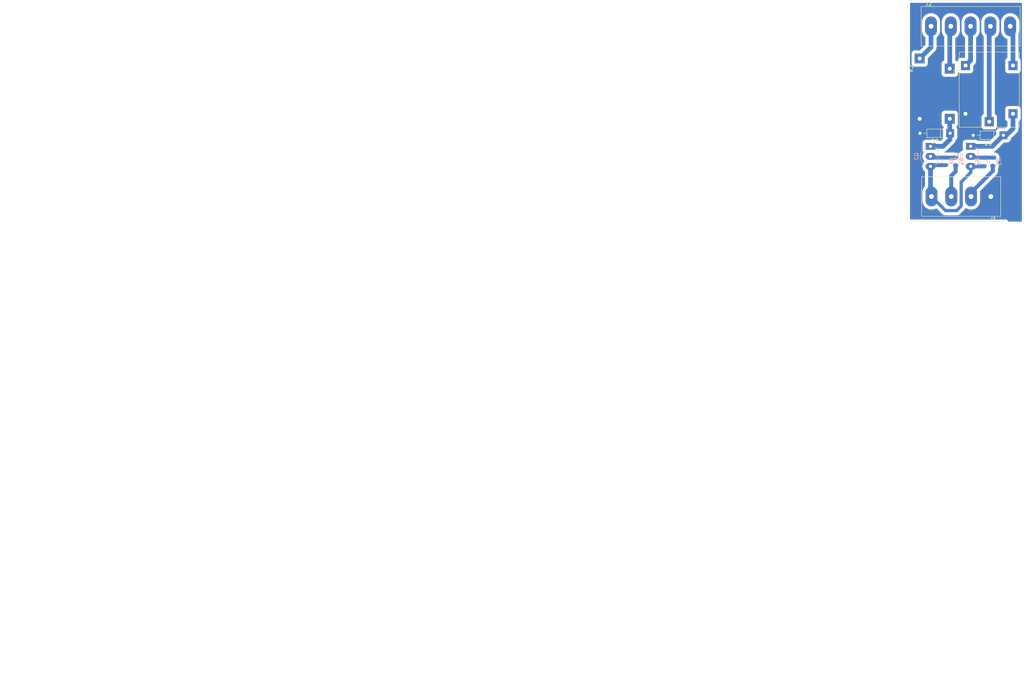
<source format=kicad_pcb>
(kicad_pcb (version 20171130) (host pcbnew 5.1.6-c6e7f7d~86~ubuntu18.04.1)

  (general
    (thickness 1.6)
    (drawings 8)
    (tracks 46)
    (zones 0)
    (modules 12)
    (nets 14)
  )

  (page A4)
  (layers
    (0 F.Cu signal)
    (31 B.Cu signal)
    (32 B.Adhes user)
    (33 F.Adhes user)
    (34 B.Paste user)
    (35 F.Paste user)
    (36 B.SilkS user)
    (37 F.SilkS user)
    (38 B.Mask user)
    (39 F.Mask user)
    (40 Dwgs.User user)
    (41 Cmts.User user)
    (42 Eco1.User user)
    (43 Eco2.User user)
    (44 Edge.Cuts user)
    (45 Margin user)
    (46 B.CrtYd user)
    (47 F.CrtYd user)
    (48 B.Fab user)
    (49 F.Fab user)
  )

  (setup
    (last_trace_width 1.2)
    (user_trace_width 0.2)
    (user_trace_width 0.6)
    (user_trace_width 0.7)
    (user_trace_width 0.8)
    (user_trace_width 0.9)
    (user_trace_width 1)
    (user_trace_width 1.1)
    (user_trace_width 1.2)
    (user_trace_width 1.3)
    (user_trace_width 1.4)
    (user_trace_width 1.5)
    (trace_clearance 0.8)
    (zone_clearance 0.508)
    (zone_45_only no)
    (trace_min 0.2)
    (via_size 0.8)
    (via_drill 0.4)
    (via_min_size 0.4)
    (via_min_drill 0.3)
    (user_via 1.5 0.6)
    (uvia_size 0.3)
    (uvia_drill 0.1)
    (uvias_allowed no)
    (uvia_min_size 0.2)
    (uvia_min_drill 0.1)
    (edge_width 0.05)
    (segment_width 0.2)
    (pcb_text_width 0.3)
    (pcb_text_size 1.5 1.5)
    (mod_edge_width 0.12)
    (mod_text_size 1 1)
    (mod_text_width 0.15)
    (pad_size 2 2)
    (pad_drill 0.8)
    (pad_to_mask_clearance 0.05)
    (aux_axis_origin 0 0)
    (visible_elements FFFFFF1F)
    (pcbplotparams
      (layerselection 0x010fc_ffffffff)
      (usegerberextensions false)
      (usegerberattributes true)
      (usegerberadvancedattributes true)
      (creategerberjobfile true)
      (excludeedgelayer true)
      (linewidth 0.100000)
      (plotframeref false)
      (viasonmask false)
      (mode 1)
      (useauxorigin false)
      (hpglpennumber 1)
      (hpglpenspeed 20)
      (hpglpendiameter 15.000000)
      (psnegative false)
      (psa4output false)
      (plotreference true)
      (plotvalue true)
      (plotinvisibletext false)
      (padsonsilk false)
      (subtractmaskfromsilk false)
      (outputformat 1)
      (mirror false)
      (drillshape 1)
      (scaleselection 1)
      (outputdirectory ""))
  )

  (net 0 "")
  (net 1 "Net-(J1-Pad3)")
  (net 2 +12V)
  (net 3 GND)
  (net 4 "Net-(J2-Pad4)")
  (net 5 "Net-(J2-Pad3)")
  (net 6 "Net-(J2-Pad2)")
  (net 7 "Net-(J2-Pad1)")
  (net 8 "Net-(D1-PadC)")
  (net 9 "Net-(D2-PadC)")
  (net 10 "Net-(Q1-Pad2)")
  (net 11 "Net-(Q2-Pad2)")
  (net 12 "Net-(J1-Pad2)")
  (net 13 "Net-(J2-Pad5)")

  (net_class Default "This is the default net class."
    (clearance 0.8)
    (trace_width 0.25)
    (via_dia 0.8)
    (via_drill 0.4)
    (uvia_dia 0.3)
    (uvia_drill 0.1)
    (add_net +12V)
    (add_net GND)
    (add_net "Net-(D1-PadC)")
    (add_net "Net-(D2-PadC)")
    (add_net "Net-(J1-Pad2)")
    (add_net "Net-(J1-Pad3)")
    (add_net "Net-(J2-Pad1)")
    (add_net "Net-(J2-Pad2)")
    (add_net "Net-(J2-Pad3)")
    (add_net "Net-(J2-Pad4)")
    (add_net "Net-(J2-Pad5)")
    (add_net "Net-(Q1-Pad2)")
    (add_net "Net-(Q2-Pad2)")
  )

  (module My-Footprints:Screw-Terminal-5.00mm-5pin (layer F.Cu) (tedit 5EC03477) (tstamp 5EC03A7D)
    (at 25.4 26.035)
    (path /5EC0426A)
    (fp_text reference J2 (at -0.6 -5.7) (layer F.SilkS)
      (effects (font (size 1 1) (thickness 0.15)))
    )
    (fp_text value Conn_01x05 (at 14.3 -5.8) (layer F.Fab)
      (effects (font (size 1 1) (thickness 0.15)))
    )
    (fp_line (start -2.5 5) (end 22.5 5) (layer F.SilkS) (width 0.12))
    (fp_line (start 22.5 5) (end 22.5 -5) (layer F.SilkS) (width 0.12))
    (fp_line (start 22.5 -5) (end -2.5 -5) (layer F.SilkS) (width 0.12))
    (fp_line (start -2.5 -5) (end -2.5 5) (layer F.SilkS) (width 0.12))
    (pad 1 thru_hole oval (at 0 0 90) (size 5 3) (drill 1.2) (layers *.Cu *.Mask)
      (net 7 "Net-(J2-Pad1)"))
    (pad 2 thru_hole oval (at 5 0 90) (size 5 3) (drill 1.2) (layers *.Cu *.Mask)
      (net 6 "Net-(J2-Pad2)"))
    (pad 3 thru_hole oval (at 10 0 90) (size 5 3) (drill 1.2) (layers *.Cu *.Mask)
      (net 5 "Net-(J2-Pad3)"))
    (pad 4 thru_hole oval (at 15 0 90) (size 5 3) (drill 1.2) (layers *.Cu *.Mask)
      (net 4 "Net-(J2-Pad4)"))
    (pad 5 thru_hole oval (at 20 0 90) (size 5 3) (drill 1.2) (layers *.Cu *.Mask)
      (net 13 "Net-(J2-Pad5)"))
  )

  (module My-Footprints:HF3FD (layer F.Cu) (tedit 5EBFBF29) (tstamp 5EBFCAE5)
    (at 32.512 51.562 90)
    (path /5EBFCE2E)
    (fp_text reference K1 (at 13.9 -0.8 90) (layer F.SilkS)
      (effects (font (size 1 1) (thickness 0.15)))
    )
    (fp_text value HF3FD-012-ZTF (at 2.2 -0.8 90) (layer F.Fab)
      (effects (font (size 1 1) (thickness 0.15)))
    )
    (fp_line (start 0 0) (end 19 0) (layer F.SilkS) (width 0.12))
    (fp_line (start 19 0) (end 19 15.2) (layer F.SilkS) (width 0.12))
    (fp_line (start 19 15.2) (end 0 15.2) (layer F.SilkS) (width 0.12))
    (fp_line (start 0 15.2) (end 0 0) (layer F.SilkS) (width 0.12))
    (pad NC thru_hole rect (at 15.6 13.6 90) (size 2.3 2.3) (drill 1) (layers *.Cu *.Mask)
      (net 13 "Net-(J2-Pad5)"))
    (pad NO thru_hole rect (at 15.6 1.6 90) (size 2.3 2.3) (drill 1) (layers *.Cu *.Mask)
      (net 5 "Net-(J2-Pad3)"))
    (pad C2 thru_hole rect (at 3.4 13.6 90) (size 2.3 2.3) (drill 1) (layers *.Cu *.Mask)
      (net 8 "Net-(D1-PadC)"))
    (pad COM thru_hole rect (at 1.4 7.6 90) (size 2.3 2.3) (drill 1) (layers *.Cu *.Mask)
      (net 4 "Net-(J2-Pad4)"))
    (pad C1 thru_hole rect (at 3.4 1.6 90) (size 2.3 2.3) (drill 1) (layers *.Cu *.Mask)
      (net 3 GND))
  )

  (module My-Footprints:D_DO-35_SOD27_P7.62mm_Horizontal (layer F.Cu) (tedit 5EBD9417) (tstamp 5EBDCE38)
    (at 30.226 53.086 180)
    (descr "D, DO-35_SOD27 series, Axial, Horizontal, pin pitch=7.62mm, , length*diameter=4*2mm^2, , http://www.diodes.com/_files/packages/DO-35.pdf")
    (tags "D DO-35_SOD27 series Axial Horizontal pin pitch 7.62mm  length 4mm diameter 2mm")
    (path /5EBEAF1E)
    (fp_text reference D2 (at 3.81 -2.06) (layer F.SilkS)
      (effects (font (size 1 1) (thickness 0.15)))
    )
    (fp_text value 1N4148 (at 3.81 2.06) (layer F.Fab)
      (effects (font (size 1 1) (thickness 0.15)))
    )
    (fp_line (start 1.81 -1) (end 1.81 1) (layer F.Fab) (width 0.1))
    (fp_line (start 1.81 1) (end 5.81 1) (layer F.Fab) (width 0.1))
    (fp_line (start 5.81 1) (end 5.81 -1) (layer F.Fab) (width 0.1))
    (fp_line (start 5.81 -1) (end 1.81 -1) (layer F.Fab) (width 0.1))
    (fp_line (start 0 0) (end 1.81 0) (layer F.Fab) (width 0.1))
    (fp_line (start 7.62 0) (end 5.81 0) (layer F.Fab) (width 0.1))
    (fp_line (start 2.41 -1) (end 2.41 1) (layer F.Fab) (width 0.1))
    (fp_line (start 1.75 -1.06) (end 1.75 1.06) (layer F.SilkS) (width 0.12))
    (fp_line (start 1.75 1.06) (end 5.87 1.06) (layer F.SilkS) (width 0.12))
    (fp_line (start 5.87 1.06) (end 5.87 -1.06) (layer F.SilkS) (width 0.12))
    (fp_line (start 5.87 -1.06) (end 1.75 -1.06) (layer F.SilkS) (width 0.12))
    (fp_line (start 0.98 0) (end 1.75 0) (layer F.SilkS) (width 0.12))
    (fp_line (start 6.64 0) (end 5.87 0) (layer F.SilkS) (width 0.12))
    (fp_line (start 2.41 -1.06) (end 2.41 1.06) (layer F.SilkS) (width 0.12))
    (fp_line (start -1.05 -1.35) (end -1.05 1.35) (layer F.CrtYd) (width 0.05))
    (fp_line (start -1.05 1.35) (end 8.7 1.35) (layer F.CrtYd) (width 0.05))
    (fp_line (start 8.7 1.35) (end 8.7 -1.35) (layer F.CrtYd) (width 0.05))
    (fp_line (start 8.7 -1.35) (end -1.05 -1.35) (layer F.CrtYd) (width 0.05))
    (fp_text user %R (at 3.81 0) (layer F.Fab)
      (effects (font (size 1 1) (thickness 0.15)))
    )
    (pad A thru_hole oval (at 7.62 0 180) (size 1.6 1.6) (drill 0.8) (layers *.Cu *.Mask)
      (net 3 GND))
    (pad C thru_hole rect (at 0 0 180) (size 2 2) (drill 0.8) (layers *.Cu *.Mask)
      (net 9 "Net-(D2-PadC)"))
    (model ${KISYS3DMOD}/Diodes_THT.3dshapes/D_DO-35_SOD27_P7.62mm_Horizontal.wrl
      (at (xyz 0 0 0))
      (scale (xyz 0.393701 0.393701 0.393701))
      (rotate (xyz 0 0 0))
    )
  )

  (module My-Footprints:D_DO-35_SOD27_P7.62mm_Horizontal (layer F.Cu) (tedit 5EBD9409) (tstamp 5EBDCE35)
    (at 43.688 53.594 180)
    (descr "D, DO-35_SOD27 series, Axial, Horizontal, pin pitch=7.62mm, , length*diameter=4*2mm^2, , http://www.diodes.com/_files/packages/DO-35.pdf")
    (tags "D DO-35_SOD27 series Axial Horizontal pin pitch 7.62mm  length 4mm diameter 2mm")
    (path /5EBEC3A2)
    (fp_text reference D1 (at 3.81 -2.06) (layer F.SilkS)
      (effects (font (size 1 1) (thickness 0.15)))
    )
    (fp_text value 1N4148 (at 3.81 2.06) (layer F.Fab)
      (effects (font (size 1 1) (thickness 0.15)))
    )
    (fp_line (start 1.81 -1) (end 1.81 1) (layer F.Fab) (width 0.1))
    (fp_line (start 1.81 1) (end 5.81 1) (layer F.Fab) (width 0.1))
    (fp_line (start 5.81 1) (end 5.81 -1) (layer F.Fab) (width 0.1))
    (fp_line (start 5.81 -1) (end 1.81 -1) (layer F.Fab) (width 0.1))
    (fp_line (start 0 0) (end 1.81 0) (layer F.Fab) (width 0.1))
    (fp_line (start 7.62 0) (end 5.81 0) (layer F.Fab) (width 0.1))
    (fp_line (start 2.41 -1) (end 2.41 1) (layer F.Fab) (width 0.1))
    (fp_line (start 1.75 -1.06) (end 1.75 1.06) (layer F.SilkS) (width 0.12))
    (fp_line (start 1.75 1.06) (end 5.87 1.06) (layer F.SilkS) (width 0.12))
    (fp_line (start 5.87 1.06) (end 5.87 -1.06) (layer F.SilkS) (width 0.12))
    (fp_line (start 5.87 -1.06) (end 1.75 -1.06) (layer F.SilkS) (width 0.12))
    (fp_line (start 0.98 0) (end 1.75 0) (layer F.SilkS) (width 0.12))
    (fp_line (start 6.64 0) (end 5.87 0) (layer F.SilkS) (width 0.12))
    (fp_line (start 2.41 -1.06) (end 2.41 1.06) (layer F.SilkS) (width 0.12))
    (fp_line (start -1.05 -1.35) (end -1.05 1.35) (layer F.CrtYd) (width 0.05))
    (fp_line (start -1.05 1.35) (end 8.7 1.35) (layer F.CrtYd) (width 0.05))
    (fp_line (start 8.7 1.35) (end 8.7 -1.35) (layer F.CrtYd) (width 0.05))
    (fp_line (start 8.7 -1.35) (end -1.05 -1.35) (layer F.CrtYd) (width 0.05))
    (fp_text user %R (at 3.81 0) (layer F.Fab)
      (effects (font (size 1 1) (thickness 0.15)))
    )
    (pad A thru_hole oval (at 7.62 0 180) (size 1.6 1.6) (drill 0.8) (layers *.Cu *.Mask)
      (net 3 GND))
    (pad C thru_hole rect (at 0 0 180) (size 2 2) (drill 0.8) (layers *.Cu *.Mask)
      (net 8 "Net-(D1-PadC)"))
    (model ${KISYS3DMOD}/Diodes_THT.3dshapes/D_DO-35_SOD27_P7.62mm_Horizontal.wrl
      (at (xyz 0 0 0))
      (scale (xyz 0.393701 0.393701 0.393701))
      (rotate (xyz 0 0 0))
    )
  )

  (module Resistors_SMD:R_0805 (layer B.Cu) (tedit 58E0A804) (tstamp 5EBDCE9C)
    (at 31.623 60.198 90)
    (descr "Resistor SMD 0805, reflow soldering, Vishay (see dcrcw.pdf)")
    (tags "resistor 0805")
    (path /5EBEFBED)
    (attr smd)
    (fp_text reference R4 (at 0 1.65 90) (layer B.SilkS)
      (effects (font (size 1 1) (thickness 0.15)) (justify mirror))
    )
    (fp_text value 4k7 (at 0 -1.75 90) (layer B.Fab)
      (effects (font (size 1 1) (thickness 0.15)) (justify mirror))
    )
    (fp_line (start 1.55 -0.9) (end -1.55 -0.9) (layer B.CrtYd) (width 0.05))
    (fp_line (start 1.55 -0.9) (end 1.55 0.9) (layer B.CrtYd) (width 0.05))
    (fp_line (start -1.55 0.9) (end -1.55 -0.9) (layer B.CrtYd) (width 0.05))
    (fp_line (start -1.55 0.9) (end 1.55 0.9) (layer B.CrtYd) (width 0.05))
    (fp_line (start -0.6 0.88) (end 0.6 0.88) (layer B.SilkS) (width 0.12))
    (fp_line (start 0.6 -0.88) (end -0.6 -0.88) (layer B.SilkS) (width 0.12))
    (fp_line (start -1 0.62) (end 1 0.62) (layer B.Fab) (width 0.1))
    (fp_line (start 1 0.62) (end 1 -0.62) (layer B.Fab) (width 0.1))
    (fp_line (start 1 -0.62) (end -1 -0.62) (layer B.Fab) (width 0.1))
    (fp_line (start -1 -0.62) (end -1 0.62) (layer B.Fab) (width 0.1))
    (fp_text user %R (at 0 0 90) (layer B.Fab)
      (effects (font (size 0.5 0.5) (thickness 0.075)) (justify mirror))
    )
    (pad 1 smd rect (at -0.95 0 90) (size 0.7 1.3) (layers B.Cu B.Paste B.Mask)
      (net 1 "Net-(J1-Pad3)"))
    (pad 2 smd rect (at 0.95 0 90) (size 0.7 1.3) (layers B.Cu B.Paste B.Mask)
      (net 11 "Net-(Q2-Pad2)"))
    (model ${KISYS3DMOD}/Resistors_SMD.3dshapes/R_0805.wrl
      (at (xyz 0 0 0))
      (scale (xyz 1 1 1))
      (rotate (xyz 0 0 0))
    )
  )

  (module Resistors_SMD:R_0805 (layer B.Cu) (tedit 58E0A804) (tstamp 5EBDCE99)
    (at 41.021 60.325 90)
    (descr "Resistor SMD 0805, reflow soldering, Vishay (see dcrcw.pdf)")
    (tags "resistor 0805")
    (path /5EBEF57E)
    (attr smd)
    (fp_text reference R3 (at 0 1.65 90) (layer B.SilkS)
      (effects (font (size 1 1) (thickness 0.15)) (justify mirror))
    )
    (fp_text value 4k7 (at 0 -1.75 90) (layer B.Fab)
      (effects (font (size 1 1) (thickness 0.15)) (justify mirror))
    )
    (fp_line (start 1.55 -0.9) (end -1.55 -0.9) (layer B.CrtYd) (width 0.05))
    (fp_line (start 1.55 -0.9) (end 1.55 0.9) (layer B.CrtYd) (width 0.05))
    (fp_line (start -1.55 0.9) (end -1.55 -0.9) (layer B.CrtYd) (width 0.05))
    (fp_line (start -1.55 0.9) (end 1.55 0.9) (layer B.CrtYd) (width 0.05))
    (fp_line (start -0.6 0.88) (end 0.6 0.88) (layer B.SilkS) (width 0.12))
    (fp_line (start 0.6 -0.88) (end -0.6 -0.88) (layer B.SilkS) (width 0.12))
    (fp_line (start -1 0.62) (end 1 0.62) (layer B.Fab) (width 0.1))
    (fp_line (start 1 0.62) (end 1 -0.62) (layer B.Fab) (width 0.1))
    (fp_line (start 1 -0.62) (end -1 -0.62) (layer B.Fab) (width 0.1))
    (fp_line (start -1 -0.62) (end -1 0.62) (layer B.Fab) (width 0.1))
    (fp_text user %R (at 0 0 90) (layer B.Fab)
      (effects (font (size 0.5 0.5) (thickness 0.075)) (justify mirror))
    )
    (pad 1 smd rect (at -0.95 0 90) (size 0.7 1.3) (layers B.Cu B.Paste B.Mask)
      (net 12 "Net-(J1-Pad2)"))
    (pad 2 smd rect (at 0.95 0 90) (size 0.7 1.3) (layers B.Cu B.Paste B.Mask)
      (net 10 "Net-(Q1-Pad2)"))
    (model ${KISYS3DMOD}/Resistors_SMD.3dshapes/R_0805.wrl
      (at (xyz 0 0 0))
      (scale (xyz 1 1 1))
      (rotate (xyz 0 0 0))
    )
  )

  (module Resistors_SMD:R_0805 (layer B.Cu) (tedit 58E0A804) (tstamp 5EBDCE96)
    (at 38.735 60.325 270)
    (descr "Resistor SMD 0805, reflow soldering, Vishay (see dcrcw.pdf)")
    (tags "resistor 0805")
    (path /5EBED5FC)
    (attr smd)
    (fp_text reference R2 (at 0 1.65 90) (layer B.SilkS)
      (effects (font (size 1 1) (thickness 0.15)) (justify mirror))
    )
    (fp_text value 10k (at 0 -1.75 90) (layer B.Fab)
      (effects (font (size 1 1) (thickness 0.15)) (justify mirror))
    )
    (fp_line (start 1.55 -0.9) (end -1.55 -0.9) (layer B.CrtYd) (width 0.05))
    (fp_line (start 1.55 -0.9) (end 1.55 0.9) (layer B.CrtYd) (width 0.05))
    (fp_line (start -1.55 0.9) (end -1.55 -0.9) (layer B.CrtYd) (width 0.05))
    (fp_line (start -1.55 0.9) (end 1.55 0.9) (layer B.CrtYd) (width 0.05))
    (fp_line (start -0.6 0.88) (end 0.6 0.88) (layer B.SilkS) (width 0.12))
    (fp_line (start 0.6 -0.88) (end -0.6 -0.88) (layer B.SilkS) (width 0.12))
    (fp_line (start -1 0.62) (end 1 0.62) (layer B.Fab) (width 0.1))
    (fp_line (start 1 0.62) (end 1 -0.62) (layer B.Fab) (width 0.1))
    (fp_line (start 1 -0.62) (end -1 -0.62) (layer B.Fab) (width 0.1))
    (fp_line (start -1 -0.62) (end -1 0.62) (layer B.Fab) (width 0.1))
    (fp_text user %R (at 0 0 90) (layer B.Fab)
      (effects (font (size 0.5 0.5) (thickness 0.075)) (justify mirror))
    )
    (pad 1 smd rect (at -0.95 0 270) (size 0.7 1.3) (layers B.Cu B.Paste B.Mask)
      (net 10 "Net-(Q1-Pad2)"))
    (pad 2 smd rect (at 0.95 0 270) (size 0.7 1.3) (layers B.Cu B.Paste B.Mask)
      (net 2 +12V))
    (model ${KISYS3DMOD}/Resistors_SMD.3dshapes/R_0805.wrl
      (at (xyz 0 0 0))
      (scale (xyz 1 1 1))
      (rotate (xyz 0 0 0))
    )
  )

  (module Resistors_SMD:R_0805 (layer B.Cu) (tedit 58E0A804) (tstamp 5EBDE3FA)
    (at 29.083 60.198 90)
    (descr "Resistor SMD 0805, reflow soldering, Vishay (see dcrcw.pdf)")
    (tags "resistor 0805")
    (path /5EBF02D0)
    (attr smd)
    (fp_text reference R1 (at 0 1.65 90) (layer B.SilkS)
      (effects (font (size 1 1) (thickness 0.15)) (justify mirror))
    )
    (fp_text value 10k (at 0 -1.75 90) (layer B.Fab)
      (effects (font (size 1 1) (thickness 0.15)) (justify mirror))
    )
    (fp_line (start 1.55 -0.9) (end -1.55 -0.9) (layer B.CrtYd) (width 0.05))
    (fp_line (start 1.55 -0.9) (end 1.55 0.9) (layer B.CrtYd) (width 0.05))
    (fp_line (start -1.55 0.9) (end -1.55 -0.9) (layer B.CrtYd) (width 0.05))
    (fp_line (start -1.55 0.9) (end 1.55 0.9) (layer B.CrtYd) (width 0.05))
    (fp_line (start -0.6 0.88) (end 0.6 0.88) (layer B.SilkS) (width 0.12))
    (fp_line (start 0.6 -0.88) (end -0.6 -0.88) (layer B.SilkS) (width 0.12))
    (fp_line (start -1 0.62) (end 1 0.62) (layer B.Fab) (width 0.1))
    (fp_line (start 1 0.62) (end 1 -0.62) (layer B.Fab) (width 0.1))
    (fp_line (start 1 -0.62) (end -1 -0.62) (layer B.Fab) (width 0.1))
    (fp_line (start -1 -0.62) (end -1 0.62) (layer B.Fab) (width 0.1))
    (fp_text user %R (at 0 0 90) (layer B.Fab)
      (effects (font (size 0.5 0.5) (thickness 0.075)) (justify mirror))
    )
    (pad 1 smd rect (at -0.95 0 90) (size 0.7 1.3) (layers B.Cu B.Paste B.Mask)
      (net 2 +12V))
    (pad 2 smd rect (at 0.95 0 90) (size 0.7 1.3) (layers B.Cu B.Paste B.Mask)
      (net 11 "Net-(Q2-Pad2)"))
    (model ${KISYS3DMOD}/Resistors_SMD.3dshapes/R_0805.wrl
      (at (xyz 0 0 0))
      (scale (xyz 1 1 1))
      (rotate (xyz 0 0 0))
    )
  )

  (module My-Footprints:TO-92_Inline_Wide (layer B.Cu) (tedit 5E597B1C) (tstamp 5EBDCE90)
    (at 25.273 56.388 270)
    (descr "TO-92 leads in-line, wide, drill 0.8mm (see NXP sot054_po.pdf)")
    (tags "to-92 sc-43 sc-43a sot54 PA33 transistor")
    (path /5EBE213B)
    (fp_text reference Q2 (at 2.54 3.56 270) (layer B.SilkS)
      (effects (font (size 1 1) (thickness 0.15)) (justify mirror))
    )
    (fp_text value BC557 (at 2.54 -2.79 90) (layer B.Fab)
      (effects (font (size 1 1) (thickness 0.15)) (justify mirror))
    )
    (fp_line (start 0.74 -1.85) (end 4.34 -1.85) (layer B.SilkS) (width 0.12))
    (fp_line (start 0.8 -1.75) (end 4.3 -1.75) (layer B.Fab) (width 0.1))
    (fp_line (start -1.01 2.73) (end 6.09 2.73) (layer B.CrtYd) (width 0.05))
    (fp_line (start -1.01 2.73) (end -1.01 -2.01) (layer B.CrtYd) (width 0.05))
    (fp_line (start 6.09 -2.01) (end 6.09 2.73) (layer B.CrtYd) (width 0.05))
    (fp_line (start 6.09 -2.01) (end -1.01 -2.01) (layer B.CrtYd) (width 0.05))
    (fp_arc (start 2.54 0) (end 4.34 -1.85) (angle 20) (layer B.SilkS) (width 0.12))
    (fp_arc (start 2.54 0) (end 2.54 2.48) (angle 135) (layer B.Fab) (width 0.1))
    (fp_arc (start 2.54 0) (end 2.54 2.48) (angle -135) (layer B.Fab) (width 0.1))
    (fp_arc (start 2.54 0) (end 2.54 2.6) (angle -65) (layer B.SilkS) (width 0.12))
    (fp_arc (start 2.54 0) (end 2.54 2.6) (angle 65) (layer B.SilkS) (width 0.12))
    (fp_arc (start 2.54 0) (end 0.74 -1.85) (angle -20) (layer B.SilkS) (width 0.12))
    (fp_text user %R (at 2.54 3.56 270) (layer B.Fab)
      (effects (font (size 1 1) (thickness 0.15)) (justify mirror))
    )
    (pad 1 thru_hole rect (at 0 0 180) (size 2.4 1.7) (drill 0.8) (layers *.Cu *.Mask)
      (net 9 "Net-(D2-PadC)"))
    (pad 3 thru_hole oval (at 5.08 0 180) (size 2.5 1.7) (drill 0.8) (layers *.Cu *.Mask)
      (net 2 +12V))
    (pad 2 thru_hole oval (at 2.54 0 180) (size 2.5 1.7) (drill 0.8) (layers *.Cu *.Mask)
      (net 11 "Net-(Q2-Pad2)"))
    (model ${KISYS3DMOD}/TO_SOT_Packages_THT.3dshapes/TO-92_Inline_Wide.wrl
      (offset (xyz 2.539999961853027 0 0))
      (scale (xyz 1 1 1))
      (rotate (xyz 0 0 -90))
    )
  )

  (module My-Footprints:TO-92_Inline_Wide (layer B.Cu) (tedit 5E597B1C) (tstamp 5EBDCE7C)
    (at 35.433 56.388 270)
    (descr "TO-92 leads in-line, wide, drill 0.8mm (see NXP sot054_po.pdf)")
    (tags "to-92 sc-43 sc-43a sot54 PA33 transistor")
    (path /5EBE80C5)
    (fp_text reference Q1 (at 2.54 3.56 270) (layer B.SilkS)
      (effects (font (size 1 1) (thickness 0.15)) (justify mirror))
    )
    (fp_text value BC557 (at 2.54 -2.79 90) (layer B.Fab)
      (effects (font (size 1 1) (thickness 0.15)) (justify mirror))
    )
    (fp_line (start 0.74 -1.85) (end 4.34 -1.85) (layer B.SilkS) (width 0.12))
    (fp_line (start 0.8 -1.75) (end 4.3 -1.75) (layer B.Fab) (width 0.1))
    (fp_line (start -1.01 2.73) (end 6.09 2.73) (layer B.CrtYd) (width 0.05))
    (fp_line (start -1.01 2.73) (end -1.01 -2.01) (layer B.CrtYd) (width 0.05))
    (fp_line (start 6.09 -2.01) (end 6.09 2.73) (layer B.CrtYd) (width 0.05))
    (fp_line (start 6.09 -2.01) (end -1.01 -2.01) (layer B.CrtYd) (width 0.05))
    (fp_arc (start 2.54 0) (end 4.34 -1.85) (angle 20) (layer B.SilkS) (width 0.12))
    (fp_arc (start 2.54 0) (end 2.54 2.48) (angle 135) (layer B.Fab) (width 0.1))
    (fp_arc (start 2.54 0) (end 2.54 2.48) (angle -135) (layer B.Fab) (width 0.1))
    (fp_arc (start 2.54 0) (end 2.54 2.6) (angle -65) (layer B.SilkS) (width 0.12))
    (fp_arc (start 2.54 0) (end 2.54 2.6) (angle 65) (layer B.SilkS) (width 0.12))
    (fp_arc (start 2.54 0) (end 0.74 -1.85) (angle -20) (layer B.SilkS) (width 0.12))
    (fp_text user %R (at 2.54 3.56 270) (layer B.Fab)
      (effects (font (size 1 1) (thickness 0.15)) (justify mirror))
    )
    (pad 1 thru_hole rect (at 0 0 180) (size 2.4 1.7) (drill 0.8) (layers *.Cu *.Mask)
      (net 8 "Net-(D1-PadC)"))
    (pad 3 thru_hole oval (at 5.08 0 180) (size 2.5 1.7) (drill 0.8) (layers *.Cu *.Mask)
      (net 2 +12V))
    (pad 2 thru_hole oval (at 2.54 0 180) (size 2.5 1.7) (drill 0.8) (layers *.Cu *.Mask)
      (net 10 "Net-(Q1-Pad2)"))
    (model ${KISYS3DMOD}/TO_SOT_Packages_THT.3dshapes/TO-92_Inline_Wide.wrl
      (offset (xyz 2.539999961853027 0 0))
      (scale (xyz 1 1 1))
      (rotate (xyz 0 0 -90))
    )
  )

  (module My-Footprints:JZC-40F_Relay (layer F.Cu) (tedit 5EBD84F6) (tstamp 5EBDCE68)
    (at 21.082 51.054 90)
    (path /5EBDB5CB)
    (fp_text reference K2 (at 14.4 -0.7 270) (layer F.SilkS)
      (effects (font (size 1 1) (thickness 0.15)))
    )
    (fp_text value JZC-40F (at 5.6 -0.7 270) (layer F.Fab)
      (effects (font (size 1 1) (thickness 0.15)))
    )
    (fp_line (start 0 0) (end 18.5 0) (layer Dwgs.User) (width 0.12))
    (fp_line (start 18.5 0) (end 18.5 10.5) (layer Dwgs.User) (width 0.12))
    (fp_line (start 18.5 10.5) (end 0 10.5) (layer Dwgs.User) (width 0.12))
    (fp_line (start 0 10.5) (end 0 0) (layer Dwgs.User) (width 0.12))
    (pad 4 thru_hole rect (at 14.3 9.05 90) (size 2.5 2.5) (drill 1) (layers *.Cu *.Mask)
      (net 6 "Net-(J2-Pad2)"))
    (pad 1 thru_hole rect (at 1.63 9.05 90) (size 2.5 2.5) (drill 1) (layers *.Cu *.Mask)
      (net 9 "Net-(D2-PadC)"))
    (pad 3 thru_hole rect (at 16.87 1.45 90) (size 2.5 2.5) (drill 1) (layers *.Cu *.Mask)
      (net 7 "Net-(J2-Pad1)"))
    (pad 2 thru_hole rect (at 1.63 1.45 90) (size 2.5 2.5) (drill 1) (layers *.Cu *.Mask)
      (net 3 GND))
  )

  (module My-Footprints:Screw-Terminal-5.00mm-4pin (layer F.Cu) (tedit 5EBD8CD9) (tstamp 5EBDCE44)
    (at 40.513 69.088 180)
    (path /5EBF456D)
    (fp_text reference J1 (at -0.6 -5.7) (layer F.SilkS)
      (effects (font (size 1 1) (thickness 0.15)))
    )
    (fp_text value Conn_01x04 (at 14.3 -5.8) (layer F.Fab)
      (effects (font (size 1 1) (thickness 0.15)))
    )
    (fp_line (start -2.5 5) (end 17.5 5) (layer F.SilkS) (width 0.12))
    (fp_line (start 17.5 5) (end 17.5 -5) (layer F.SilkS) (width 0.12))
    (fp_line (start 17.5 -5) (end -2.5 -5) (layer F.SilkS) (width 0.12))
    (fp_line (start -2.5 -5) (end -2.5 5) (layer F.SilkS) (width 0.12))
    (pad 4 thru_hole oval (at 15 0 270) (size 5 3) (drill 1.2) (layers *.Cu *.Mask)
      (net 2 +12V))
    (pad 3 thru_hole oval (at 10 0 270) (size 5 3) (drill 1.2) (layers *.Cu *.Mask)
      (net 1 "Net-(J1-Pad3)"))
    (pad 2 thru_hole oval (at 5 0 270) (size 5 3) (drill 1.2) (layers *.Cu *.Mask)
      (net 12 "Net-(J1-Pad2)"))
    (pad 1 thru_hole oval (at 0 0 270) (size 5 3) (drill 1.2) (layers *.Cu *.Mask)
      (net 3 GND))
  )

  (gr_line (start -209.804 49.784) (end 6.096 49.784) (layer Dwgs.User) (width 0.15))
  (gr_line (start 30.48 81.28) (end 27.94 190.5) (layer Dwgs.User) (width 0.15))
  (gr_line (start 33.401 58.674) (end 33.401 58.42) (layer B.Cu) (width 0.15))
  (gr_line (start 19.558 75.438) (end 19.558 74.168) (layer Edge.Cuts) (width 0.05) (tstamp 5EBDF56F))
  (gr_line (start 44.323 75.438) (end 19.558 75.438) (layer Edge.Cuts) (width 0.05))
  (gr_line (start 48.895 19.558) (end 48.895 75.438) (layer Edge.Cuts) (width 0.05))
  (gr_line (start 19.558 19.558) (end 48.895 19.558) (layer Edge.Cuts) (width 0.05))
  (gr_line (start 19.558 74.168) (end 19.558 19.558) (layer Edge.Cuts) (width 0.05))

  (segment (start 31.623 61.148) (end 31.623 62.738) (width 1) (layer B.Cu) (net 1))
  (segment (start 30.513 63.848) (end 30.513 69.088) (width 1) (layer B.Cu) (net 1))
  (segment (start 31.623 62.738) (end 30.513 63.848) (width 1) (layer B.Cu) (net 1))
  (segment (start 25.273 68.848) (end 25.513 69.088) (width 1.2) (layer B.Cu) (net 2))
  (segment (start 25.273 61.468) (end 25.273 68.848) (width 1.2) (layer B.Cu) (net 2))
  (segment (start 25.593 61.148) (end 25.273 61.468) (width 1) (layer B.Cu) (net 2))
  (segment (start 29.083 61.148) (end 25.593 61.148) (width 1) (layer B.Cu) (net 2))
  (segment (start 35.433 61.468) (end 38.923 61.468) (width 1) (layer B.Cu) (net 2))
  (segment (start 35.433 61.468) (end 35.433 62.992) (width 0.8) (layer B.Cu) (net 2))
  (segment (start 35.433 62.992) (end 33.02 65.405) (width 0.8) (layer B.Cu) (net 2))
  (segment (start 33.02 65.405) (end 33.02 71.501) (width 0.8) (layer B.Cu) (net 2))
  (segment (start 33.02 71.501) (end 31.877 72.644) (width 0.8) (layer B.Cu) (net 2))
  (segment (start 29.069 72.644) (end 25.513 69.088) (width 0.8) (layer B.Cu) (net 2))
  (segment (start 31.877 72.644) (end 29.069 72.644) (width 0.8) (layer B.Cu) (net 2))
  (segment (start 40.112 26.323) (end 40.4 26.035) (width 1.2) (layer B.Cu) (net 4))
  (segment (start 40.112 50.162) (end 40.112 26.323) (width 1.2) (layer B.Cu) (net 4))
  (segment (start 35.4 34.674) (end 34.112 35.962) (width 1.2) (layer B.Cu) (net 5))
  (segment (start 35.4 26.035) (end 35.4 34.674) (width 1.2) (layer B.Cu) (net 5))
  (segment (start 30.132 26.303) (end 30.4 26.035) (width 1.2) (layer B.Cu) (net 6))
  (segment (start 30.132 36.754) (end 30.132 26.303) (width 1.2) (layer B.Cu) (net 6))
  (segment (start 25.4 31.316) (end 22.532 34.184) (width 1.2) (layer B.Cu) (net 7))
  (segment (start 25.4 26.035) (end 25.4 31.316) (width 1.2) (layer B.Cu) (net 7))
  (segment (start 43.688 53.594) (end 44.45 53.594) (width 1.2) (layer B.Cu) (net 8))
  (segment (start 46.112 51.932) (end 46.112 48.162) (width 1.2) (layer B.Cu) (net 8))
  (segment (start 44.45 53.594) (end 46.112 51.932) (width 1.2) (layer B.Cu) (net 8))
  (segment (start 40.894 56.388) (end 43.688 53.594) (width 1.2) (layer B.Cu) (net 8))
  (segment (start 35.433 56.388) (end 40.894 56.388) (width 1.2) (layer B.Cu) (net 8))
  (segment (start 25.273 56.388) (end 28.448 56.388) (width 1.2) (layer B.Cu) (net 9))
  (segment (start 30.226 54.61) (end 30.226 53.086) (width 1.2) (layer B.Cu) (net 9))
  (segment (start 28.448 56.388) (end 30.226 54.61) (width 1.2) (layer B.Cu) (net 9))
  (segment (start 30.132 52.992) (end 30.226 53.086) (width 1.2) (layer B.Cu) (net 9))
  (segment (start 30.132 49.424) (end 30.132 52.992) (width 1.2) (layer B.Cu) (net 9))
  (segment (start 35.753 59.248) (end 35.433 58.928) (width 1) (layer B.Cu) (net 10))
  (segment (start 41.402 59.248) (end 38.862 59.248) (width 1) (layer B.Cu) (net 10))
  (segment (start 39.243 59.248) (end 35.753 59.248) (width 1) (layer B.Cu) (net 10))
  (segment (start 25.593 59.248) (end 25.273 58.928) (width 1) (layer B.Cu) (net 11))
  (segment (start 29.083 59.248) (end 25.593 59.248) (width 1) (layer B.Cu) (net 11))
  (segment (start 31.623 59.248) (end 29.083 59.248) (width 1) (layer B.Cu) (net 11))
  (segment (start 35.513 67.738) (end 35.513 69.088) (width 1) (layer B.Cu) (net 12))
  (segment (start 41.021 61.275) (end 41.021 62.611) (width 1) (layer B.Cu) (net 12))
  (segment (start 41.021 62.611) (end 38.481 65.151) (width 1) (layer B.Cu) (net 12))
  (segment (start 38.481 65.151) (end 38.354 65.278) (width 1) (layer B.Cu) (net 12))
  (segment (start 35.513 68.119) (end 35.513 69.088) (width 1) (layer B.Cu) (net 12))
  (segment (start 38.481 65.151) (end 35.513 68.119) (width 1) (layer B.Cu) (net 12))
  (segment (start 46.112 26.747) (end 45.4 26.035) (width 1.2) (layer B.Cu) (net 13))
  (segment (start 46.112 35.962) (end 46.112 26.747) (width 1.2) (layer B.Cu) (net 13))

  (zone (net 3) (net_name GND) (layer B.Cu) (tstamp 5EBDFBEE) (hatch edge 0.508)
    (connect_pads yes (clearance 0.508))
    (min_thickness 0.254)
    (fill yes (arc_segments 32) (thermal_gap 0.508) (thermal_bridge_width 0.508))
    (polygon
      (pts
        (xy 48.895 19.685) (xy 48.895 75.438) (xy 19.558 75.438) (xy 19.558 19.558)
      )
    )
    (filled_polygon
      (pts
        (xy 48.235001 75.311) (xy 44.973685 75.311) (xy 44.97345 75.308617) (xy 44.93571 75.184207) (xy 44.874425 75.06955)
        (xy 44.791948 74.969052) (xy 44.69145 74.886575) (xy 44.576793 74.82529) (xy 44.452383 74.78755) (xy 44.355419 74.778)
        (xy 20.218 74.778) (xy 20.218 67.968772) (xy 23.086 67.968772) (xy 23.086 70.207227) (xy 23.121117 70.563774)
        (xy 23.259895 71.021266) (xy 23.485259 71.442892) (xy 23.788548 71.812452) (xy 24.158107 72.115741) (xy 24.579733 72.341105)
        (xy 25.037225 72.479883) (xy 25.513 72.526743) (xy 25.988774 72.479883) (xy 26.446266 72.341105) (xy 26.735073 72.186734)
        (xy 28.084579 73.53624) (xy 28.12613 73.58687) (xy 28.17676 73.628421) (xy 28.176761 73.628422) (xy 28.32819 73.752697)
        (xy 28.328192 73.752698) (xy 28.558722 73.875919) (xy 28.808863 73.951799) (xy 29.003816 73.971) (xy 29.003828 73.971)
        (xy 29.068999 73.977419) (xy 29.134171 73.971) (xy 31.811826 73.971) (xy 31.877 73.977419) (xy 31.942174 73.971)
        (xy 31.942184 73.971) (xy 32.137137 73.951799) (xy 32.387278 73.875919) (xy 32.617808 73.752698) (xy 32.81987 73.58687)
        (xy 32.861425 73.536235) (xy 33.91224 72.485421) (xy 33.96287 72.44387) (xy 34.004422 72.393239) (xy 34.128698 72.241809)
        (xy 34.187644 72.131529) (xy 34.579733 72.341105) (xy 35.037225 72.479883) (xy 35.513 72.526743) (xy 35.988774 72.479883)
        (xy 36.446266 72.341105) (xy 36.867892 72.115741) (xy 37.237452 71.812452) (xy 37.540741 71.442893) (xy 37.766105 71.021267)
        (xy 37.904883 70.563775) (xy 37.94 70.207228) (xy 37.94 67.968772) (xy 37.916806 67.733277) (xy 39.539608 66.110475)
        (xy 39.539613 66.110469) (xy 41.980472 63.66961) (xy 42.034923 63.624923) (xy 42.213248 63.407634) (xy 42.345755 63.159731)
        (xy 42.427352 62.890741) (xy 42.448 62.681098) (xy 42.448 62.681089) (xy 42.454903 62.611001) (xy 42.448 62.540913)
        (xy 42.448 62.13783) (xy 42.53158 61.981464) (xy 42.584587 61.806724) (xy 42.602485 61.625) (xy 42.602485 60.925)
        (xy 42.584587 60.743276) (xy 42.53158 60.568536) (xy 42.445501 60.407495) (xy 42.377799 60.325) (xy 42.445501 60.242505)
        (xy 42.470982 60.194833) (xy 42.594248 60.044634) (xy 42.726755 59.796731) (xy 42.808352 59.527741) (xy 42.835904 59.248)
        (xy 42.808352 58.968259) (xy 42.726755 58.699269) (xy 42.594248 58.451366) (xy 42.415923 58.234077) (xy 42.198634 58.055752)
        (xy 41.950731 57.923245) (xy 41.681741 57.841648) (xy 41.472098 57.821) (xy 41.430385 57.821) (xy 41.481185 57.80559)
        (xy 41.74646 57.663797) (xy 41.978976 57.472976) (xy 42.026796 57.414707) (xy 43.916019 55.525485) (xy 44.688 55.525485)
        (xy 44.869724 55.507587) (xy 45.044464 55.45458) (xy 45.205505 55.368501) (xy 45.346659 55.252659) (xy 45.462501 55.111505)
        (xy 45.54858 54.950464) (xy 45.601587 54.775724) (xy 45.619485 54.594) (xy 45.619485 54.584018) (xy 47.138713 53.064791)
        (xy 47.196976 53.016976) (xy 47.387797 52.78446) (xy 47.52959 52.519185) (xy 47.616905 52.231344) (xy 47.639 52.007011)
        (xy 47.639 52.007001) (xy 47.646387 51.932) (xy 47.639 51.856999) (xy 47.639 50.161603) (xy 47.779505 50.086501)
        (xy 47.920659 49.970659) (xy 48.036501 49.829505) (xy 48.12258 49.668464) (xy 48.175587 49.493724) (xy 48.193485 49.312)
        (xy 48.193485 47.012) (xy 48.175587 46.830276) (xy 48.12258 46.655536) (xy 48.036501 46.494495) (xy 47.920659 46.353341)
        (xy 47.779505 46.237499) (xy 47.618464 46.15142) (xy 47.443724 46.098413) (xy 47.262 46.080515) (xy 44.962 46.080515)
        (xy 44.780276 46.098413) (xy 44.605536 46.15142) (xy 44.444495 46.237499) (xy 44.303341 46.353341) (xy 44.187499 46.494495)
        (xy 44.10142 46.655536) (xy 44.048413 46.830276) (xy 44.030515 47.012) (xy 44.030515 49.312) (xy 44.048413 49.493724)
        (xy 44.10142 49.668464) (xy 44.187499 49.829505) (xy 44.303341 49.970659) (xy 44.444495 50.086501) (xy 44.585 50.161603)
        (xy 44.585 51.299496) (xy 44.221981 51.662515) (xy 42.688 51.662515) (xy 42.506276 51.680413) (xy 42.331536 51.73342)
        (xy 42.170495 51.819499) (xy 42.029341 51.935341) (xy 41.913499 52.076495) (xy 41.82742 52.237536) (xy 41.774413 52.412276)
        (xy 41.756515 52.594) (xy 41.756515 53.365981) (xy 40.261497 54.861) (xy 37.26931 54.861) (xy 37.150505 54.763499)
        (xy 36.989464 54.67742) (xy 36.814724 54.624413) (xy 36.633 54.606515) (xy 34.233 54.606515) (xy 34.051276 54.624413)
        (xy 33.876536 54.67742) (xy 33.715495 54.763499) (xy 33.574341 54.879341) (xy 33.458499 55.020495) (xy 33.37242 55.181536)
        (xy 33.319413 55.356276) (xy 33.301515 55.538) (xy 33.301515 57.238) (xy 33.319413 57.419724) (xy 33.319844 57.421145)
        (xy 33.204575 57.432498) (xy 33.015697 57.489794) (xy 32.841626 57.582836) (xy 32.689052 57.708051) (xy 32.563836 57.860625)
        (xy 32.491679 57.995623) (xy 32.454724 57.984413) (xy 32.273 57.966515) (xy 32.252683 57.966515) (xy 32.171731 57.923245)
        (xy 31.902741 57.841648) (xy 31.693098 57.821) (xy 28.984385 57.821) (xy 29.035185 57.80559) (xy 29.30046 57.663797)
        (xy 29.532976 57.472976) (xy 29.580796 57.414707) (xy 31.252718 55.742787) (xy 31.310976 55.694976) (xy 31.358788 55.636717)
        (xy 31.358793 55.636712) (xy 31.501796 55.462461) (xy 31.501798 55.462459) (xy 31.64359 55.197185) (xy 31.648337 55.181536)
        (xy 31.730905 54.909345) (xy 31.735283 54.864896) (xy 31.743505 54.860501) (xy 31.884659 54.744659) (xy 32.000501 54.603505)
        (xy 32.08658 54.442464) (xy 32.139587 54.267724) (xy 32.157485 54.086) (xy 32.157485 52.086) (xy 32.139587 51.904276)
        (xy 32.08658 51.729536) (xy 32.000501 51.568495) (xy 31.901011 51.447265) (xy 32.040659 51.332659) (xy 32.156501 51.191505)
        (xy 32.24258 51.030464) (xy 32.295587 50.855724) (xy 32.313485 50.674) (xy 32.313485 48.174) (xy 32.295587 47.992276)
        (xy 32.24258 47.817536) (xy 32.156501 47.656495) (xy 32.040659 47.515341) (xy 31.899505 47.399499) (xy 31.738464 47.31342)
        (xy 31.563724 47.260413) (xy 31.382 47.242515) (xy 28.882 47.242515) (xy 28.700276 47.260413) (xy 28.525536 47.31342)
        (xy 28.364495 47.399499) (xy 28.223341 47.515341) (xy 28.107499 47.656495) (xy 28.02142 47.817536) (xy 27.968413 47.992276)
        (xy 27.950515 48.174) (xy 27.950515 50.674) (xy 27.968413 50.855724) (xy 28.02142 51.030464) (xy 28.107499 51.191505)
        (xy 28.223341 51.332659) (xy 28.364495 51.448501) (xy 28.49342 51.517414) (xy 28.451499 51.568495) (xy 28.36542 51.729536)
        (xy 28.312413 51.904276) (xy 28.294515 52.086) (xy 28.294515 54.086) (xy 28.312413 54.267724) (xy 28.33484 54.341656)
        (xy 27.815496 54.861) (xy 27.10931 54.861) (xy 26.990505 54.763499) (xy 26.829464 54.67742) (xy 26.654724 54.624413)
        (xy 26.473 54.606515) (xy 24.073 54.606515) (xy 23.891276 54.624413) (xy 23.716536 54.67742) (xy 23.555495 54.763499)
        (xy 23.414341 54.879341) (xy 23.298499 55.020495) (xy 23.21242 55.181536) (xy 23.159413 55.356276) (xy 23.141515 55.538)
        (xy 23.141515 57.238) (xy 23.159413 57.419724) (xy 23.21242 57.594464) (xy 23.298499 57.755505) (xy 23.414341 57.896659)
        (xy 23.418079 57.899726) (xy 23.38833 57.935975) (xy 23.223323 58.244681) (xy 23.121712 58.579647) (xy 23.087402 58.928)
        (xy 23.121712 59.276353) (xy 23.223323 59.611319) (xy 23.38833 59.920025) (xy 23.610392 60.190608) (xy 23.619399 60.198)
        (xy 23.610392 60.205392) (xy 23.38833 60.475975) (xy 23.223323 60.784681) (xy 23.121712 61.119647) (xy 23.087402 61.468)
        (xy 23.121712 61.816353) (xy 23.223323 62.151319) (xy 23.38833 62.460025) (xy 23.610392 62.730608) (xy 23.746 62.841899)
        (xy 23.746001 66.415393) (xy 23.48526 66.733107) (xy 23.259895 67.154733) (xy 23.121117 67.612225) (xy 23.086 67.968772)
        (xy 20.218 67.968772) (xy 20.218 32.934) (xy 20.350515 32.934) (xy 20.350515 35.434) (xy 20.368413 35.615724)
        (xy 20.42142 35.790464) (xy 20.507499 35.951505) (xy 20.623341 36.092659) (xy 20.764495 36.208501) (xy 20.925536 36.29458)
        (xy 21.100276 36.347587) (xy 21.282 36.365485) (xy 23.782 36.365485) (xy 23.963724 36.347587) (xy 24.138464 36.29458)
        (xy 24.299505 36.208501) (xy 24.440659 36.092659) (xy 24.556501 35.951505) (xy 24.64258 35.790464) (xy 24.695587 35.615724)
        (xy 24.70659 35.504) (xy 27.950515 35.504) (xy 27.950515 38.004) (xy 27.968413 38.185724) (xy 28.02142 38.360464)
        (xy 28.107499 38.521505) (xy 28.223341 38.662659) (xy 28.364495 38.778501) (xy 28.525536 38.86458) (xy 28.700276 38.917587)
        (xy 28.882 38.935485) (xy 31.382 38.935485) (xy 31.563724 38.917587) (xy 31.738464 38.86458) (xy 31.899505 38.778501)
        (xy 32.040659 38.662659) (xy 32.156501 38.521505) (xy 32.24258 38.360464) (xy 32.295587 38.185724) (xy 32.313485 38.004)
        (xy 32.313485 37.778984) (xy 32.444495 37.886501) (xy 32.605536 37.97258) (xy 32.780276 38.025587) (xy 32.962 38.043485)
        (xy 35.262 38.043485) (xy 35.443724 38.025587) (xy 35.618464 37.97258) (xy 35.779505 37.886501) (xy 35.920659 37.770659)
        (xy 36.036501 37.629505) (xy 36.12258 37.468464) (xy 36.175587 37.293724) (xy 36.193485 37.112) (xy 36.193485 36.040019)
        (xy 36.426711 35.806793) (xy 36.484976 35.758976) (xy 36.675797 35.52646) (xy 36.81759 35.261185) (xy 36.904905 34.973344)
        (xy 36.927 34.749011) (xy 36.927 34.749002) (xy 36.934387 34.674001) (xy 36.927 34.599) (xy 36.927 28.921497)
        (xy 37.124452 28.759452) (xy 37.427741 28.389893) (xy 37.653105 27.968267) (xy 37.791883 27.510775) (xy 37.827 27.154228)
        (xy 37.827 24.915773) (xy 37.973 24.915773) (xy 37.973 27.154228) (xy 38.008117 27.510775) (xy 38.146895 27.968267)
        (xy 38.37226 28.389893) (xy 38.585001 28.649119) (xy 38.585 48.162397) (xy 38.444495 48.237499) (xy 38.303341 48.353341)
        (xy 38.187499 48.494495) (xy 38.10142 48.655536) (xy 38.048413 48.830276) (xy 38.030515 49.012) (xy 38.030515 51.312)
        (xy 38.048413 51.493724) (xy 38.10142 51.668464) (xy 38.187499 51.829505) (xy 38.303341 51.970659) (xy 38.444495 52.086501)
        (xy 38.605536 52.17258) (xy 38.780276 52.225587) (xy 38.962 52.243485) (xy 41.262 52.243485) (xy 41.443724 52.225587)
        (xy 41.618464 52.17258) (xy 41.779505 52.086501) (xy 41.920659 51.970659) (xy 42.036501 51.829505) (xy 42.12258 51.668464)
        (xy 42.175587 51.493724) (xy 42.193485 51.312) (xy 42.193485 49.012) (xy 42.175587 48.830276) (xy 42.12258 48.655536)
        (xy 42.036501 48.494495) (xy 41.920659 48.353341) (xy 41.779505 48.237499) (xy 41.639 48.162397) (xy 41.639 29.124687)
        (xy 41.754893 29.062741) (xy 42.124452 28.759452) (xy 42.427741 28.389893) (xy 42.653105 27.968267) (xy 42.791883 27.510775)
        (xy 42.827 27.154228) (xy 42.827 24.915773) (xy 42.973 24.915773) (xy 42.973 27.154228) (xy 43.008117 27.510775)
        (xy 43.146895 27.968267) (xy 43.37226 28.389893) (xy 43.675549 28.759452) (xy 44.045108 29.062741) (xy 44.466734 29.288105)
        (xy 44.585001 29.323981) (xy 44.585 33.962397) (xy 44.444495 34.037499) (xy 44.303341 34.153341) (xy 44.187499 34.294495)
        (xy 44.10142 34.455536) (xy 44.048413 34.630276) (xy 44.030515 34.812) (xy 44.030515 37.112) (xy 44.048413 37.293724)
        (xy 44.10142 37.468464) (xy 44.187499 37.629505) (xy 44.303341 37.770659) (xy 44.444495 37.886501) (xy 44.605536 37.97258)
        (xy 44.780276 38.025587) (xy 44.962 38.043485) (xy 47.262 38.043485) (xy 47.443724 38.025587) (xy 47.618464 37.97258)
        (xy 47.779505 37.886501) (xy 47.920659 37.770659) (xy 48.036501 37.629505) (xy 48.12258 37.468464) (xy 48.175587 37.293724)
        (xy 48.193485 37.112) (xy 48.193485 34.812) (xy 48.175587 34.630276) (xy 48.12258 34.455536) (xy 48.036501 34.294495)
        (xy 47.920659 34.153341) (xy 47.779505 34.037499) (xy 47.639 33.962397) (xy 47.639 27.994656) (xy 47.653105 27.968267)
        (xy 47.791883 27.510775) (xy 47.827 27.154228) (xy 47.827 24.915772) (xy 47.791883 24.559225) (xy 47.653105 24.101733)
        (xy 47.427741 23.680107) (xy 47.124452 23.310548) (xy 46.754892 23.007259) (xy 46.333266 22.781895) (xy 45.875774 22.643117)
        (xy 45.4 22.596257) (xy 44.924225 22.643117) (xy 44.466733 22.781895) (xy 44.045107 23.007259) (xy 43.675548 23.310548)
        (xy 43.372259 23.680108) (xy 43.146895 24.101734) (xy 43.008117 24.559226) (xy 42.973 24.915773) (xy 42.827 24.915773)
        (xy 42.827 24.915772) (xy 42.791883 24.559225) (xy 42.653105 24.101733) (xy 42.427741 23.680107) (xy 42.124452 23.310548)
        (xy 41.754892 23.007259) (xy 41.333266 22.781895) (xy 40.875774 22.643117) (xy 40.4 22.596257) (xy 39.924225 22.643117)
        (xy 39.466733 22.781895) (xy 39.045107 23.007259) (xy 38.675548 23.310548) (xy 38.372259 23.680108) (xy 38.146895 24.101734)
        (xy 38.008117 24.559226) (xy 37.973 24.915773) (xy 37.827 24.915773) (xy 37.827 24.915772) (xy 37.791883 24.559225)
        (xy 37.653105 24.101733) (xy 37.427741 23.680107) (xy 37.124452 23.310548) (xy 36.754892 23.007259) (xy 36.333266 22.781895)
        (xy 35.875774 22.643117) (xy 35.4 22.596257) (xy 34.924225 22.643117) (xy 34.466733 22.781895) (xy 34.045107 23.007259)
        (xy 33.675548 23.310548) (xy 33.372259 23.680108) (xy 33.146895 24.101734) (xy 33.008117 24.559226) (xy 32.973 24.915773)
        (xy 32.973 27.154228) (xy 33.008117 27.510775) (xy 33.146895 27.968267) (xy 33.37226 28.389893) (xy 33.675549 28.759452)
        (xy 33.873 28.921496) (xy 33.873001 33.880515) (xy 32.962 33.880515) (xy 32.780276 33.898413) (xy 32.605536 33.95142)
        (xy 32.444495 34.037499) (xy 32.303341 34.153341) (xy 32.187499 34.294495) (xy 32.10142 34.455536) (xy 32.048413 34.630276)
        (xy 32.030515 34.812) (xy 32.030515 34.837016) (xy 31.899505 34.729499) (xy 31.738464 34.64342) (xy 31.659 34.619315)
        (xy 31.659 29.113997) (xy 31.754893 29.062741) (xy 32.124452 28.759452) (xy 32.427741 28.389893) (xy 32.653105 27.968267)
        (xy 32.791883 27.510775) (xy 32.827 27.154228) (xy 32.827 24.915772) (xy 32.791883 24.559225) (xy 32.653105 24.101733)
        (xy 32.427741 23.680107) (xy 32.124452 23.310548) (xy 31.754892 23.007259) (xy 31.333266 22.781895) (xy 30.875774 22.643117)
        (xy 30.4 22.596257) (xy 29.924225 22.643117) (xy 29.466733 22.781895) (xy 29.045107 23.007259) (xy 28.675548 23.310548)
        (xy 28.372259 23.680108) (xy 28.146895 24.101734) (xy 28.008117 24.559226) (xy 27.973 24.915773) (xy 27.973 27.154228)
        (xy 28.008117 27.510775) (xy 28.146895 27.968267) (xy 28.37226 28.389893) (xy 28.605001 28.673489) (xy 28.605 34.619315)
        (xy 28.525536 34.64342) (xy 28.364495 34.729499) (xy 28.223341 34.845341) (xy 28.107499 34.986495) (xy 28.02142 35.147536)
        (xy 27.968413 35.322276) (xy 27.950515 35.504) (xy 24.70659 35.504) (xy 24.713485 35.434) (xy 24.713485 34.162018)
        (xy 26.426712 32.448792) (xy 26.484976 32.400976) (xy 26.675797 32.16846) (xy 26.81759 31.903185) (xy 26.904905 31.615344)
        (xy 26.927 31.391011) (xy 26.927 31.391002) (xy 26.934387 31.316001) (xy 26.927 31.241) (xy 26.927 28.921497)
        (xy 27.124452 28.759452) (xy 27.427741 28.389893) (xy 27.653105 27.968267) (xy 27.791883 27.510775) (xy 27.827 27.154228)
        (xy 27.827 24.915772) (xy 27.791883 24.559225) (xy 27.653105 24.101733) (xy 27.427741 23.680107) (xy 27.124452 23.310548)
        (xy 26.754892 23.007259) (xy 26.333266 22.781895) (xy 25.875774 22.643117) (xy 25.4 22.596257) (xy 24.924225 22.643117)
        (xy 24.466733 22.781895) (xy 24.045107 23.007259) (xy 23.675548 23.310548) (xy 23.372259 23.680108) (xy 23.146895 24.101734)
        (xy 23.008117 24.559226) (xy 22.973 24.915773) (xy 22.973 27.154228) (xy 23.008117 27.510775) (xy 23.146895 27.968267)
        (xy 23.37226 28.389893) (xy 23.675549 28.759452) (xy 23.873001 28.921496) (xy 23.873001 30.683495) (xy 22.553982 32.002515)
        (xy 21.282 32.002515) (xy 21.100276 32.020413) (xy 20.925536 32.07342) (xy 20.764495 32.159499) (xy 20.623341 32.275341)
        (xy 20.507499 32.416495) (xy 20.42142 32.577536) (xy 20.368413 32.752276) (xy 20.350515 32.934) (xy 20.218 32.934)
        (xy 20.218 20.218) (xy 48.235 20.218)
      )
    )
  )
)

</source>
